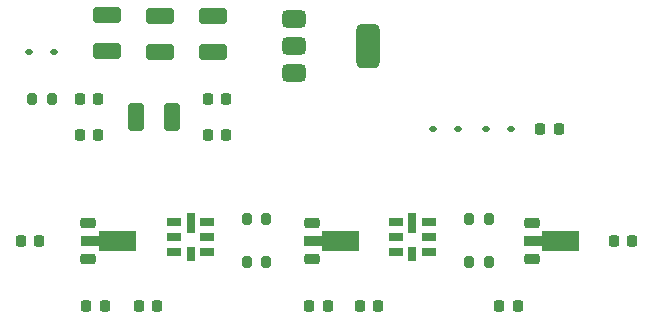
<source format=gbr>
%TF.GenerationSoftware,KiCad,Pcbnew,8.0.3*%
%TF.CreationDate,2024-06-21T17:49:06+08:00*%
%TF.ProjectId,LNA1690,4c4e4131-3639-4302-9e6b-696361645f70,rev?*%
%TF.SameCoordinates,Original*%
%TF.FileFunction,Paste,Top*%
%TF.FilePolarity,Positive*%
%FSLAX46Y46*%
G04 Gerber Fmt 4.6, Leading zero omitted, Abs format (unit mm)*
G04 Created by KiCad (PCBNEW 8.0.3) date 2024-06-21 17:49:06*
%MOMM*%
%LPD*%
G01*
G04 APERTURE LIST*
G04 Aperture macros list*
%AMRoundRect*
0 Rectangle with rounded corners*
0 $1 Rounding radius*
0 $2 $3 $4 $5 $6 $7 $8 $9 X,Y pos of 4 corners*
0 Add a 4 corners polygon primitive as box body*
4,1,4,$2,$3,$4,$5,$6,$7,$8,$9,$2,$3,0*
0 Add four circle primitives for the rounded corners*
1,1,$1+$1,$2,$3*
1,1,$1+$1,$4,$5*
1,1,$1+$1,$6,$7*
1,1,$1+$1,$8,$9*
0 Add four rect primitives between the rounded corners*
20,1,$1+$1,$2,$3,$4,$5,0*
20,1,$1+$1,$4,$5,$6,$7,0*
20,1,$1+$1,$6,$7,$8,$9,0*
20,1,$1+$1,$8,$9,$2,$3,0*%
%AMFreePoly0*
4,1,9,3.862500,-0.866500,0.737500,-0.866500,0.737500,-0.450000,-0.737500,-0.450000,-0.737500,0.450000,0.737500,0.450000,0.737500,0.866500,3.862500,0.866500,3.862500,-0.866500,3.862500,-0.866500,$1*%
G04 Aperture macros list end*
%ADD10RoundRect,0.225000X-0.225000X-0.250000X0.225000X-0.250000X0.225000X0.250000X-0.225000X0.250000X0*%
%ADD11RoundRect,0.250000X0.925000X-0.412500X0.925000X0.412500X-0.925000X0.412500X-0.925000X-0.412500X0*%
%ADD12RoundRect,0.200000X-0.200000X-0.275000X0.200000X-0.275000X0.200000X0.275000X-0.200000X0.275000X0*%
%ADD13RoundRect,0.225000X-0.425000X-0.225000X0.425000X-0.225000X0.425000X0.225000X-0.425000X0.225000X0*%
%ADD14FreePoly0,0.000000*%
%ADD15RoundRect,0.218750X-0.218750X-0.256250X0.218750X-0.256250X0.218750X0.256250X-0.218750X0.256250X0*%
%ADD16RoundRect,0.112500X-0.187500X-0.112500X0.187500X-0.112500X0.187500X0.112500X-0.187500X0.112500X0*%
%ADD17R,1.200000X0.800000*%
%ADD18R,0.800000X1.200000*%
%ADD19R,0.800000X1.700000*%
%ADD20RoundRect,0.375000X-0.625000X-0.375000X0.625000X-0.375000X0.625000X0.375000X-0.625000X0.375000X0*%
%ADD21RoundRect,0.500000X-0.500000X-1.400000X0.500000X-1.400000X0.500000X1.400000X-0.500000X1.400000X0*%
%ADD22RoundRect,0.218750X0.218750X0.256250X-0.218750X0.256250X-0.218750X-0.256250X0.218750X-0.256250X0*%
%ADD23RoundRect,0.200000X0.200000X0.275000X-0.200000X0.275000X-0.200000X-0.275000X0.200000X-0.275000X0*%
%ADD24RoundRect,0.250000X-0.412500X-0.925000X0.412500X-0.925000X0.412500X0.925000X-0.412500X0.925000X0*%
G04 APERTURE END LIST*
D10*
%TO.C,C7*%
X156950000Y-83000000D03*
X158500000Y-83000000D03*
%TD*%
D11*
%TO.C,C2*%
X118500000Y-67000000D03*
X118500000Y-63925000D03*
%TD*%
%TO.C,C4*%
X114000000Y-66962500D03*
X114000000Y-63887500D03*
%TD*%
D12*
%TO.C,R1*%
X125850000Y-81155000D03*
X127500000Y-81155000D03*
%TD*%
D10*
%TO.C,C3*%
X116725000Y-88500000D03*
X118275000Y-88500000D03*
%TD*%
D11*
%TO.C,C5*%
X123000000Y-67037500D03*
X123000000Y-63962500D03*
%TD*%
D12*
%TO.C,R5*%
X144675000Y-84790000D03*
X146325000Y-84790000D03*
%TD*%
D13*
%TO.C,U4*%
X131350000Y-81500000D03*
D14*
X131437500Y-83000000D03*
D13*
X131350000Y-84500000D03*
%TD*%
D10*
%TO.C,C6*%
X135450000Y-88500000D03*
X137000000Y-88500000D03*
%TD*%
D15*
%TO.C,L4*%
X150712500Y-73500000D03*
X152287500Y-73500000D03*
%TD*%
%TO.C,L3*%
X131142500Y-88500000D03*
X132717500Y-88500000D03*
%TD*%
D12*
%TO.C,R4*%
X144675000Y-81155000D03*
X146325000Y-81155000D03*
%TD*%
D16*
%TO.C,D4*%
X146112500Y-73500000D03*
X148212500Y-73500000D03*
%TD*%
%TO.C,D1*%
X141612500Y-73500000D03*
X143712500Y-73500000D03*
%TD*%
D17*
%TO.C,U5*%
X138450000Y-81405000D03*
X138450000Y-82675000D03*
X138450000Y-83945000D03*
D18*
X139850000Y-84075000D03*
D17*
X141250000Y-83945000D03*
X141250000Y-82675000D03*
X141250000Y-81405000D03*
D19*
X139850000Y-81525000D03*
%TD*%
D15*
%TO.C,L5*%
X147212500Y-88500000D03*
X148787500Y-88500000D03*
%TD*%
D10*
%TO.C,C9*%
X122537500Y-71000000D03*
X124087500Y-71000000D03*
%TD*%
D20*
%TO.C,U2*%
X129850000Y-64200000D03*
X129850000Y-66500000D03*
D21*
X136150000Y-66500000D03*
D20*
X129850000Y-68800000D03*
%TD*%
D15*
%TO.C,L1*%
X112242500Y-88500000D03*
X113817500Y-88500000D03*
%TD*%
D10*
%TO.C,C1*%
X106725000Y-83000000D03*
X108275000Y-83000000D03*
%TD*%
D17*
%TO.C,U3*%
X119700000Y-81405000D03*
X119700000Y-82675000D03*
X119700000Y-83945000D03*
D18*
X121100000Y-84075000D03*
D17*
X122500000Y-83945000D03*
X122500000Y-82675000D03*
X122500000Y-81405000D03*
D19*
X121100000Y-81525000D03*
%TD*%
D22*
%TO.C,D3*%
X113287500Y-74000000D03*
X111712500Y-74000000D03*
%TD*%
D15*
%TO.C,L2*%
X111712500Y-71000000D03*
X113287500Y-71000000D03*
%TD*%
D16*
%TO.C,D2*%
X107450000Y-67000000D03*
X109550000Y-67000000D03*
%TD*%
D23*
%TO.C,R2*%
X109325000Y-71000000D03*
X107675000Y-71000000D03*
%TD*%
D24*
%TO.C,C8*%
X116462500Y-72500000D03*
X119537500Y-72500000D03*
%TD*%
D13*
%TO.C,U1*%
X112450000Y-81500000D03*
D14*
X112537500Y-83000000D03*
D13*
X112450000Y-84500000D03*
%TD*%
D10*
%TO.C,C10*%
X122537500Y-74000000D03*
X124087500Y-74000000D03*
%TD*%
D13*
%TO.C,U6*%
X150000000Y-81500000D03*
D14*
X150087500Y-83000000D03*
D13*
X150000000Y-84500000D03*
%TD*%
D12*
%TO.C,R3*%
X125850000Y-84790000D03*
X127500000Y-84790000D03*
%TD*%
M02*

</source>
